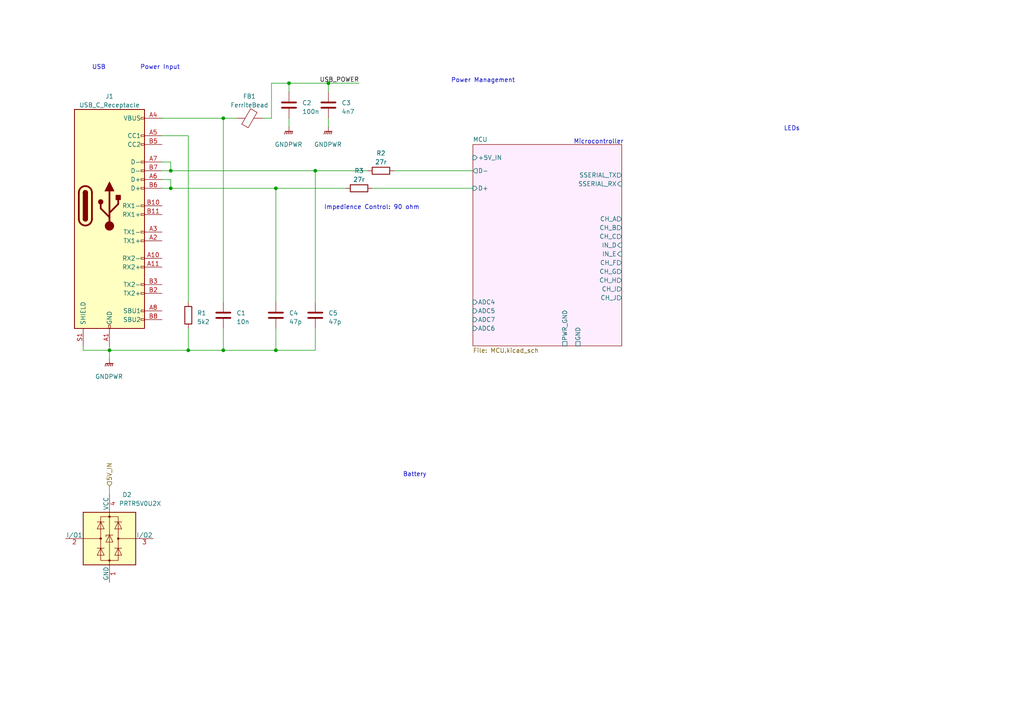
<source format=kicad_sch>
(kicad_sch (version 20230121) (generator eeschema)
  (paper "A4")
  (lib_symbols
    (symbol "000_Capacitor_Film_Immo:cap_film_0805" (pin_numbers hide) (pin_names (offset 0.254))
      (property "Reference" "C" (at 0.635 2.54 0))
      (property "Value" "cap_film_0805" (at 0.635 -2.54 0))
      (symbol "cap_film_0805_0_1"
        (polyline (pts (xy -2.032 -0.762) (xy 2.032 -0.762)) (stroke (width 0.508)))
        (polyline (pts (xy -2.032 0.762) (xy 2.032 0.762)) (stroke (width 0.508)))
      )
      (symbol "cap_film_0805_1_1"
        (pin passive line (at 0 3.81 270) (length 2.794) (name "~") (number "1"))
        (pin passive line (at 0 -3.81 90) (length 2.794) (name "~") (number "2"))
      )
    )
    (symbol "000_Resistors_Immo:Resistor_0805" (pin_numbers hide) (pin_names (offset 0))
      (property "Reference" "R?" (at -2.54 3.81 0))
      (property "Value" "Resistor_0805" (at -5.08 2.54 0))
      (symbol "Resistor_0805_0_1"
        (rectangle (start 2.54 -1.016) (end -2.54 1.016) (stroke (width 0.254)))
      )
      (symbol "Resistor_0805_1_1"
        (pin passive line (at -3.81 0 0) (length 1.27) (name "~") (number "1"))
        (pin passive line (at 3.81 0 180) (length 1.27) (name "~") (number "2"))
      )
    )
    (symbol "Connector:USB_C_Receptacle" (pin_names (offset 1.016))
      (property "Reference" "J" (at -10.16 29.21 0))
      (property "Value" "USB_C_Receptacle" (at 10.16 29.21 0))
      (symbol "USB_C_Receptacle_0_0"
        (rectangle (start -0.254 -35.56) (end 0.254 -34.544))
        (rectangle (start 10.16 -32.766) (end 9.144 -33.274))
        (rectangle (start 10.16 -30.226) (end 9.144 -30.734))
        (rectangle (start 10.16 -25.146) (end 9.144 -25.654))
        (rectangle (start 10.16 -22.606) (end 9.144 -23.114))
        (rectangle (start 10.16 -17.526) (end 9.144 -18.034))
        (rectangle (start 10.16 -14.986) (end 9.144 -15.494))
        (rectangle (start 10.16 -9.906) (end 9.144 -10.414))
        (rectangle (start 10.16 -7.366) (end 9.144 -7.874))
        (rectangle (start 10.16 -2.286) (end 9.144 -2.794))
        (rectangle (start 10.16 0.254) (end 9.144 -0.254))
        (rectangle (start 10.16 5.334) (end 9.144 4.826))
        (rectangle (start 10.16 7.874) (end 9.144 7.366))
        (rectangle (start 10.16 10.414) (end 9.144 9.906))
        (rectangle (start 10.16 12.954) (end 9.144 12.446))
        (rectangle (start 10.16 18.034) (end 9.144 17.526))
        (rectangle (start 10.16 20.574) (end 9.144 20.066))
        (rectangle (start 10.16 25.654) (end 9.144 25.146))
      )
      (symbol "USB_C_Receptacle_0_1"
        (rectangle (start -10.16 27.94) (end 10.16 -35.56) (stroke (width 0.254)) (fill (type background)))
        (arc (start -8.89 -3.81) (mid -6.985 -5.7067) (end -5.08 -3.81) (stroke (width 0.508)))
        (arc (start -7.62 -3.81) (mid -6.985 -4.4423) (end -6.35 -3.81) (stroke (width 0.254)))
        (arc (start -7.62 -3.81) (mid -6.985 -4.4423) (end -6.35 -3.81) (stroke (width 0.254)) (fill (type outline)))
        (rectangle (start -7.62 -3.81) (end -6.35 3.81) (stroke (width 0.254)) (fill (type outline)))
        (arc (start -6.35 3.81) (mid -6.985 4.4423) (end -7.62 3.81) (stroke (width 0.254)))
        (arc (start -6.35 3.81) (mid -6.985 4.4423) (end -7.62 3.81) (stroke (width 0.254)) (fill (type outline)))
        (arc (start -5.08 3.81) (mid -6.985 5.7067) (end -8.89 3.81) (stroke (width 0.508)))
        (polyline (pts (xy -8.89 -3.81) (xy -8.89 3.81)) (stroke (width 0.508)))
        (polyline (pts (xy -5.08 3.81) (xy -5.08 -3.81)) (stroke (width 0.508)))
      )
      (symbol "USB_C_Receptacle_1_1"
        (circle (center -2.54 1.143) (radius 0.635) (stroke (width 0.254)) (fill (type outline)))
        (circle (center 0 -5.842) (radius 1.27) (fill (type outline)))
        (polyline (pts (xy 0 -5.842) (xy 0 4.318)) (stroke (width 0.508)))
        (polyline (pts (xy 0 -3.302) (xy -2.54 -0.762) (xy -2.54 0.508)) (stroke (width 0.508)))
        (polyline (pts (xy 0 -2.032) (xy 2.54 0.508) (xy 2.54 1.778)) (stroke (width 0.508)))
        (polyline (pts (xy -1.27 4.318) (xy 0 6.858) (xy 1.27 4.318) (xy -1.27 4.318)) (stroke (width 0.254)) (fill (type outline)))
        (rectangle (start 1.905 1.778) (end 3.175 3.048) (stroke (width 0.254)) (fill (type outline)))
        (pin passive line (at 0 -40.64 90) (length 5.08) (name "GND") (number "A1"))
        (pin bidirectional line (at 15.24 -15.24 180) (length 5.08) (name "RX2-") (number "A10"))
        (pin bidirectional line (at 15.24 -17.78 180) (length 5.08) (name "RX2+") (number "A11"))
        (pin passive line (at 0 -40.64 90) (length 5.08) hide (name "GND") (number "A12"))
        (pin bidirectional line (at 15.24 -10.16 180) (length 5.08) (name "TX1+") (number "A2"))
        (pin bidirectional line (at 15.24 -7.62 180) (length 5.08) (name "TX1-") (number "A3"))
        (pin passive line (at 15.24 25.4 180) (length 5.08) (name "VBUS") (number "A4"))
        (pin bidirectional line (at 15.24 20.32 180) (length 5.08) (name "CC1") (number "A5"))
        (pin bidirectional line (at 15.24 7.62 180) (length 5.08) (name "D+") (number "A6"))
        (pin bidirectional line (at 15.24 12.7 180) (length 5.08) (name "D-") (number "A7"))
        (pin bidirectional line (at 15.24 -30.48 180) (length 5.08) (name "SBU1") (number "A8"))
        (pin passive line (at 15.24 25.4 180) (length 5.08) hide (name "VBUS") (number "A9"))
        (pin passive line (at 0 -40.64 90) (length 5.08) hide (name "GND") (number "B1"))
        (pin bidirectional line (at 15.24 0 180) (length 5.08) (name "RX1-") (number "B10"))
        (pin bidirectional line (at 15.24 -2.54 180) (length 5.08) (name "RX1+") (number "B11"))
        (pin passive line (at 0 -40.64 90) (length 5.08) hide (name "GND") (number "B12"))
        (pin bidirectional line (at 15.24 -25.4 180) (length 5.08) (name "TX2+") (number "B2"))
        (pin bidirectional line (at 15.24 -22.86 180) (length 5.08) (name "TX2-") (number "B3"))
        (pin passive line (at 15.24 25.4 180) (length 5.08) hide (name "VBUS") (number "B4"))
        (pin bidirectional line (at 15.24 17.78 180) (length 5.08) (name "CC2") (number "B5"))
        (pin bidirectional line (at 15.24 5.08 180) (length 5.08) (name "D+") (number "B6"))
        (pin bidirectional line (at 15.24 10.16 180) (length 5.08) (name "D-") (number "B7"))
        (pin bidirectional line (at 15.24 -33.02 180) (length 5.08) (name "SBU2") (number "B8"))
        (pin passive line (at 15.24 25.4 180) (length 5.08) hide (name "VBUS") (number "B9"))
        (pin passive line (at -7.62 -40.64 90) (length 5.08) (name "SHIELD") (number "S1"))
      )
    )
    (symbol "Device:FerriteBead" (pin_numbers hide) (pin_names (offset 0))
      (property "Reference" "FB" (at -3.81 0.635 90))
      (property "Value" "FerriteBead" (at 3.81 0 90))
      (symbol "FerriteBead_0_1"
        (polyline (pts (xy 0 -1.27) (xy 0 -1.2192)))
        (polyline (pts (xy 0 1.27) (xy 0 1.2954)))
        (polyline (pts (xy -2.7686 0.4064) (xy -1.7018 2.2606) (xy 2.7686 -0.3048) (xy 1.6764 -2.159) (xy -2.7686 0.4064)))
      )
      (symbol "FerriteBead_1_1"
        (pin passive line (at 0 3.81 270) (length 2.54) (name "~") (number "1"))
        (pin passive line (at 0 -3.81 90) (length 2.54) (name "~") (number "2"))
      )
    )
    (symbol "Power_Protection:PRTR5V0U2X" (pin_names (offset 0))
      (property "Reference" "D" (at 2.794 8.636 0))
      (property "Value" "PRTR5V0U2X" (at 8.128 -9.398 0))
      (symbol "PRTR5V0U2X_0_1"
        (rectangle (start -7.62 -7.62) (end 7.62 7.62) (stroke (width 0.254)) (fill (type background)))
        (circle (center -2.54 0) (radius 0.254) (fill (type outline)))
        (rectangle (start -2.54 6.35) (end 2.54 -6.35))
        (circle (center 0 -6.35) (radius 0.254) (fill (type outline)))
        (polyline (pts (xy -2.54 0) (xy -7.62 0)))
        (polyline (pts (xy -1.524 -2.794) (xy -3.556 -2.794)))
        (polyline (pts (xy -1.524 4.826) (xy -3.556 4.826)))
        (polyline (pts (xy 0 -7.62) (xy 0 7.62)))
        (polyline (pts (xy 1.524 -2.794) (xy 3.556 -2.794)))
        (polyline (pts (xy 1.524 4.826) (xy 3.556 4.826)))
        (polyline (pts (xy 2.54 0) (xy 7.62 0)))
        (polyline (pts (xy 1.016 1.016) (xy -1.016 1.016) (xy -1.016 0.508)))
        (polyline (pts (xy -3.556 -4.826) (xy -1.524 -4.826) (xy -2.54 -2.794) (xy -3.556 -4.826)))
        (polyline (pts (xy -3.556 2.794) (xy -1.524 2.794) (xy -2.54 4.826) (xy -3.556 2.794)))
        (polyline (pts (xy -1.016 -1.016) (xy 1.016 -1.016) (xy 0 1.016) (xy -1.016 -1.016)))
        (polyline (pts (xy 3.556 -4.826) (xy 1.524 -4.826) (xy 2.54 -2.794) (xy 3.556 -4.826)))
        (polyline (pts (xy 3.556 2.794) (xy 1.524 2.794) (xy 2.54 4.826) (xy 3.556 2.794)))
        (circle (center 0 6.35) (radius 0.254) (fill (type outline)))
        (circle (center 2.54 0) (radius 0.254) (fill (type outline)))
      )
      (symbol "PRTR5V0U2X_1_1"
        (pin passive line (at 0 -12.7 90) (length 5.08) (name "GND") (number "1"))
        (pin passive line (at -12.7 0 0) (length 5.08) (name "I/O1") (number "2"))
        (pin passive line (at 12.7 0 180) (length 5.08) (name "I/O2") (number "3"))
        (pin passive line (at 0 12.7 270) (length 5.08) (name "VCC") (number "4"))
      )
    )
    (symbol "power:GNDPWR" (power) (pin_names (offset 0))
      (property "Value" "GNDPWR" (at 0 -3.302 0))
      (symbol "GNDPWR_0_1"
        (polyline (pts (xy 0 -1.27) (xy 0 0)))
        (polyline (pts (xy -1.016 -1.27) (xy -1.27 -2.032) (xy -1.27 -2.032)) (stroke (width 0.2032)))
        (polyline (pts (xy -0.508 -1.27) (xy -0.762 -2.032) (xy -0.762 -2.032)) (stroke (width 0.2032)))
        (polyline (pts (xy 0 -1.27) (xy -0.254 -2.032) (xy -0.254 -2.032)) (stroke (width 0.2032)))
        (polyline (pts (xy 0.508 -1.27) (xy 0.254 -2.032) (xy 0.254 -2.032)) (stroke (width 0.2032)))
        (polyline (pts (xy 1.016 -1.27) (xy -1.016 -1.27) (xy -1.016 -1.27)) (stroke (width 0.2032)))
        (polyline (pts (xy 1.016 -1.27) (xy 0.762 -2.032) (xy 0.762 -2.032) (xy 0.762 -2.032)) (stroke (width 0.2032)))
      )
      (symbol "GNDPWR_1_1"
        (pin power_in line (at 0 0 270) (length 0) hide (name "GNDPWR") (number "1"))
      )
    )
  )
  (junction (at 91.44 49.53))
  (junction (at 80.01 101.6))
  (junction (at 54.61 101.6))
  (junction (at 64.77 101.6))
  (junction (at 83.82 24.13))
  (junction (at 31.75 101.6))
  (junction (at 80.01 54.61))
  (junction (at 95.25 24.13))
  (junction (at 49.53 54.61))
  (junction (at 49.53 49.53))
  (junction (at 64.77 34.29))
  (wire (pts (xy 91.44 101.6) (xy 80.01 101.6)))
  (wire (pts (xy 76.2 34.29) (xy 78.74 34.29)))
  (wire (pts (xy 91.44 49.53) (xy 91.44 87.63)))
  (wire (pts (xy 54.61 95.25) (xy 54.61 101.6)))
  (wire (pts (xy 46.99 46.99) (xy 49.53 46.99)))
  (wire (pts (xy 46.99 54.61) (xy 49.53 54.61)))
  (wire (pts (xy 64.77 101.6) (xy 64.77 95.25)))
  (wire (pts (xy 83.82 34.29) (xy 83.82 36.83)))
  (wire (pts (xy 80.01 101.6) (xy 64.77 101.6)))
  (wire (pts (xy 95.25 26.67) (xy 95.25 24.13)))
  (wire (pts (xy 114.3 49.53) (xy 137.16 49.53)))
  (wire (pts (xy 95.25 24.13) (xy 104.14 24.13)))
  (wire (pts (xy 91.44 49.53) (xy 106.68 49.53)))
  (wire (pts (xy 49.53 54.61) (xy 80.01 54.61)))
  (wire (pts (xy 49.53 49.53) (xy 91.44 49.53)))
  (wire (pts (xy 83.82 24.13) (xy 95.25 24.13)))
  (wire (pts (xy 46.99 49.53) (xy 49.53 49.53)))
  (wire (pts (xy 31.75 100.33) (xy 31.75 101.6)))
  (wire (pts (xy 24.13 101.6) (xy 24.13 100.33)))
  (wire (pts (xy 64.77 34.29) (xy 64.77 87.63)))
  (wire (pts (xy 49.53 52.07) (xy 49.53 54.61)))
  (wire (pts (xy 107.95 54.61) (xy 137.16 54.61)))
  (wire (pts (xy 54.61 87.63) (xy 54.61 39.37)))
  (wire (pts (xy 54.61 101.6) (xy 64.77 101.6)))
  (wire (pts (xy 31.75 101.6) (xy 54.61 101.6)))
  (wire (pts (xy 83.82 24.13) (xy 83.82 26.67)))
  (wire (pts (xy 80.01 54.61) (xy 100.33 54.61)))
  (wire (pts (xy 78.74 24.13) (xy 78.74 34.29)))
  (wire (pts (xy 31.75 101.6) (xy 31.75 104.14)))
  (wire (pts (xy 31.75 140.97) (xy 31.75 143.51)))
  (wire (pts (xy 31.75 101.6) (xy 24.13 101.6)))
  (wire (pts (xy 54.61 39.37) (xy 46.99 39.37)))
  (wire (pts (xy 95.25 34.29) (xy 95.25 36.83)))
  (wire (pts (xy 80.01 95.25) (xy 80.01 101.6)))
  (wire (pts (xy 49.53 49.53) (xy 49.53 46.99)))
  (wire (pts (xy 80.01 54.61) (xy 80.01 87.63)))
  (wire (pts (xy 78.74 24.13) (xy 83.82 24.13)))
  (wire (pts (xy 46.99 52.07) (xy 49.53 52.07)))
  (wire (pts (xy 46.99 34.29) (xy 64.77 34.29)))
  (wire (pts (xy 64.77 34.29) (xy 68.58 34.29)))
  (wire (pts (xy 91.44 95.25) (xy 91.44 101.6)))
  (text "LEDs" (at 227.33 38.1 0) (effects (font (size 1.27 1.27)) (justify left bottom)))
  (text "Impedience Control: 90 ohm" (at 93.98 60.96 0) (effects (font (size 1.27 1.27)) (justify left bottom)))
  (text "Microcontroller" (at 166.37 41.91 0) (effects (font (size 1.27 1.27)) (justify left bottom)))
  (text "Power Input" (at 40.64 20.32 0) (effects (font (size 1.27 1.27)) (justify left bottom)))
  (text "Battery" (at 116.84 138.43 0) (effects (font (size 1.27 1.27)) (justify left bottom)))
  (text "USB" (at 26.67 20.32 0) (effects (font (size 1.27 1.27)) (justify left bottom)))
  (text "Power Management" (at 130.81 24.13 0) (effects (font (size 1.27 1.27)) (justify left bottom)))
  (label "USB_POWER" (at 104.14 24.13 180))
  (hierarchical_label "5V_IN" (shape input) (at 31.75 140.97 90))
  (symbol (lib_id "Connector:USB_C_Receptacle") (at 31.75 59.69 0) (unit 1)
    (property "Reference" "J1" (at 31.75 27.94 0))
    (property "Value" "USB_C_Receptacle" (at 31.75 30.48 0))
    (property "Footprint" "Connector_USB:USB_C_Receptacle_Molex_105450-0101" (effects hide))
    (property "Datasheet" "https://www.usb.org/sites/default/files/documents/usb_type-c.zip" (effects hide))
  )
  (symbol (lib_id "000_Resistors_Immo:Resistor_0805") (at 104.14 54.61 180) (unit 1)
    (property "Reference" "R3" (at 104.14 49.53 0))
    (property "Value" "27r" (at 104.14 52.07 0))
    (property "Footprint" "Resistor_SMD:R_0805_2012Metric_Pad1.20x1.40mm_HandSolder" (effects hide))
  )
  (symbol (lib_id "000_Capacitor_Film_Immo:cap_film_0805") (at 95.25 30.48 0) (unit 1)
    (property "Reference" "C3" (at 99.06 29.845 0) (effects (justify left)))
    (property "Value" "4n7" (at 99.06 32.385 0) (effects (justify left)))
    (property "Footprint" "Capacitor_SMD:C_0805_2012Metric_Pad1.18x1.45mm_HandSolder" (effects hide))
  )
  (symbol (lib_id "power:GNDPWR") (at 83.82 36.83 0) (unit 1)
    (property "Reference" "#PWR02" (effects hide))
    (property "Value" "GNDPWR" (at 83.693 41.91 0))
  )
  (symbol (lib_id "000_Capacitor_Film_Immo:cap_film_0805") (at 64.77 91.44 0) (unit 1)
    (property "Reference" "C1" (at 68.58 90.805 0) (effects (justify left)))
    (property "Value" "10n" (at 68.58 93.345 0) (effects (justify left)))
    (property "Footprint" "Capacitor_SMD:C_0805_2012Metric_Pad1.18x1.45mm_HandSolder" (effects hide))
  )
  (symbol (lib_id "000_Resistors_Immo:Resistor_0805") (at 54.61 91.44 90) (unit 1)
    (property "Reference" "R1" (at 57.15 90.805 90) (effects (justify right)))
    (property "Value" "5k2" (at 57.15 93.345 90) (effects (justify right)))
    (property "Footprint" "Resistor_SMD:R_0805_2012Metric_Pad1.20x1.40mm_HandSolder" (effects hide))
  )
  (symbol (lib_id "power:GNDPWR") (at 95.25 36.83 0) (unit 1)
    (property "Reference" "#PWR03" (effects hide))
    (property "Value" "GNDPWR" (at 95.123 41.91 0))
  )
  (symbol (lib_id "000_Capacitor_Film_Immo:cap_film_0805") (at 83.82 30.48 0) (unit 1)
    (property "Reference" "C2" (at 87.63 29.845 0) (effects (justify left)))
    (property "Value" "100n" (at 87.63 32.385 0) (effects (justify left)))
    (property "Footprint" "Capacitor_SMD:C_0805_2012Metric_Pad1.18x1.45mm_HandSolder" (effects hide))
  )
  (symbol (lib_id "000_Resistors_Immo:Resistor_0805") (at 110.49 49.53 180) (unit 1)
    (property "Reference" "R2" (at 110.49 44.45 0))
    (property "Value" "27r" (at 110.49 46.99 0))
    (property "Footprint" "Resistor_SMD:R_0805_2012Metric_Pad1.20x1.40mm_HandSolder" (effects hide))
  )
  (symbol (lib_id "000_Capacitor_Film_Immo:cap_film_0805") (at 91.44 91.44 0) (unit 1)
    (property "Reference" "C5" (at 95.25 90.805 0) (effects (justify left)))
    (property "Value" "47p" (at 95.25 93.345 0) (effects (justify left)))
    (property "Footprint" "Capacitor_SMD:C_0805_2012Metric_Pad1.18x1.45mm_HandSolder" (effects hide))
  )
  (symbol (lib_id "000_Capacitor_Film_Immo:cap_film_0805") (at 80.01 91.44 0) (unit 1)
    (property "Reference" "C4" (at 83.82 90.805 0) (effects (justify left)))
    (property "Value" "47p" (at 83.82 93.345 0) (effects (justify left)))
    (property "Footprint" "Capacitor_SMD:C_0805_2012Metric_Pad1.18x1.45mm_HandSolder" (effects hide))
  )
  (symbol (lib_id "Power_Protection:PRTR5V0U2X") (at 31.75 156.21 0) (unit 1)
    (property "Reference" "D2" (at 36.83 143.51 0))
    (property "Value" "PRTR5V0U2X" (at 40.64 146.05 0))
    (property "Footprint" "Package_TO_SOT_SMD:SOT-143" (effects hide))
    (property "Datasheet" "https://assets.nexperia.com/documents/data-sheet/PRTR5V0U2X.pdf" (effects hide))
  )
  (symbol (lib_id "Device:FerriteBead") (at 72.39 34.29 90) (unit 1)
    (property "Reference" "FB1" (at 72.3392 27.94 90))
    (property "Value" "FerriteBead" (at 72.3392 30.48 90))
    (property "Footprint" "Inductor_SMD:L_0805_2012Metric_Pad1.05x1.20mm_HandSolder" (effects hide))
  )
  (symbol (lib_id "power:GNDPWR") (at 31.75 104.14 0) (unit 1)
    (property "Reference" "#PWR01" (effects hide))
    (property "Value" "GNDPWR" (at 31.623 109.22 0))
  )
  (sheet (at 137.16 41.91) (size 43.18 58.42) (stroke (width 0.1524)) (fill (color 248 142 255 0.1600))
    (property "Sheetname" "MCU" (at 137.16 41.1984 0) (effects (justify left bottom)))
    (property "Sheetfile" "MCU.kicad_sch" (at 137.16 100.9146 0) (effects (justify left top)))
    (pin "ADC6" input (at 137.16 95.25 180))
    (pin "ADC7" input (at 137.16 92.71 180))
    (pin "SSERIAL_RX" input (at 180.34 53.34 0))
    (pin "SSERIAL_TX" output (at 180.34 50.8 0))
    (pin "CH_F" output (at 180.34 76.2 0))
    (pin "GND" passive (at 167.64 100.33 270))
    (pin "PWR_GND" passive (at 163.83 100.33 270))
    (pin "+5V_IN" input (at 137.16 45.72 180))
    (pin "D-" output (at 137.16 49.53 180))
    (pin "D+" input (at 137.16 54.61 180))
    (pin "ADC4" input (at 137.16 87.63 180))
    (pin "CH_I" output (at 180.34 83.82 0))
    (pin "CH_H" output (at 180.34 81.28 0))
    (pin "CH_J" output (at 180.34 86.36 0))
    (pin "CH_G" output (at 180.34 78.74 0))
    (pin "ADC5" input (at 137.16 90.17 180))
    (pin "CH_A" output (at 180.34 63.5 0))
    (pin "CH_B" output (at 180.34 66.04 0))
    (pin "CH_C" output (at 180.34 68.58 0))
    (pin "IN_E" input (at 180.34 73.66 0))
    (pin "IN_D" input (at 180.34 71.12 0))
  )
)
</source>
